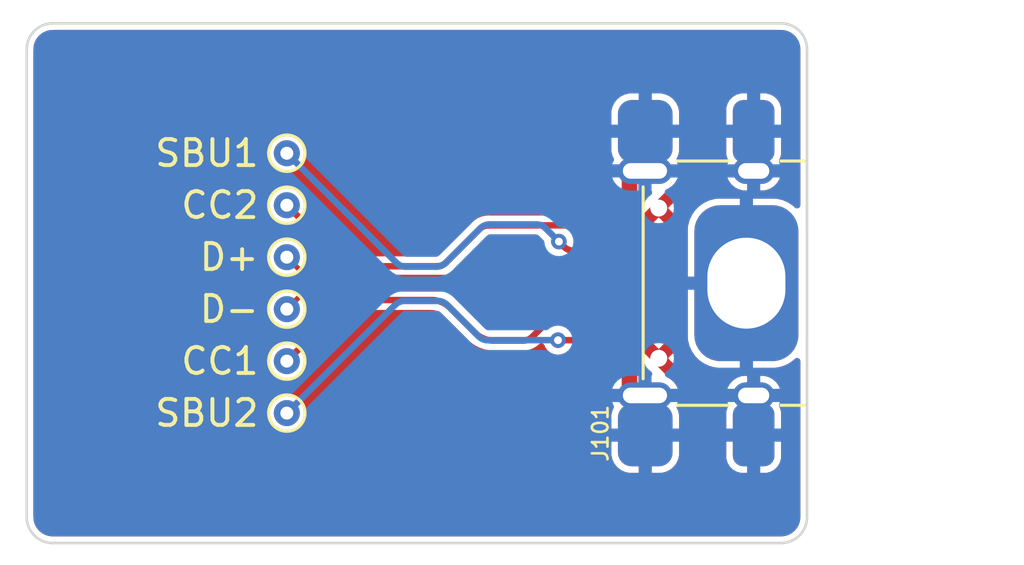
<source format=kicad_pcb>
(kicad_pcb (version 20211014) (generator pcbnew)
  (layers (0 "F.Cu" signal) (31 "B.Cu" signal) (34 "B.Paste" user) (35 "F.Paste" user) (36 "B.SilkS" user "B.Silkscreen") (37 "F.SilkS" user "F.Silkscreen") (38 "B.Mask" user) (39 "F.Mask" user) (44 "Edge.Cuts" user))
  (net 0 "")
  (net 1 "Vbus")
  (net 2 "GND")
  (net 3 "/D-")
  (net 4 "/D+")
  (net 5 "/CC1")
  (net 6 "/SBU1")
  (net 7 "/CC2")
  (net 8 "/SBU2")
  (footprint "TestPoint:TestPoint_THTPad_D1.0mm_Drill0.5mm" (layer "F.Cu") (at 95 103)
    (fp_text reference "TP103" hide)
    (fp_text value "CC1")
    (fp_circle (center 0 0) (end 0 0.7) (layer "F.SilkS") (width 0.12) (fill none))
    (pad "1" thru_hole circle (at 0 0) (size 1 1) (drill 0.5) (layers *.Cu *.Mask) (net 5 "/CC1"))
  )
  (footprint "TestPoint:TestPoint_THTPad_D1.0mm_Drill0.5mm" (layer "F.Cu") (at 95 99)
    (fp_text reference "TP101" hide)
    (fp_text value "D+")
    (fp_circle (center 0 0) (end 0 0.7) (layer "F.SilkS") (width 0.12) (fill none))
    (pad "1" thru_hole circle (at 0 0) (size 1 1) (drill 0.5) (layers *.Cu *.Mask) (net 4 "/D+"))
  )
  (footprint "TestPoint:TestPoint_THTPad_D1.0mm_Drill0.5mm" (layer "F.Cu") (at 95 97)
    (fp_text reference "TP104" hide)
    (fp_text value "CC2")
    (fp_circle (center 0 0) (end 0 0.7) (layer "F.SilkS") (width 0.12) (fill none))
    (pad "1" thru_hole circle (at 0 0) (size 1 1) (drill 0.5) (layers *.Cu *.Mask) (net 7 "/CC2"))
  )
  (footprint "TestPoint:TestPoint_THTPad_D1.0mm_Drill0.5mm" (layer "F.Cu") (at 95 95)
    (fp_text reference "TP105" hide)
    (fp_text value "SBU1")
    (fp_circle (center 0 0) (end 0 0.7) (layer "F.SilkS") (width 0.12) (fill none))
    (pad "1" thru_hole circle (at 0 0) (size 1 1) (drill 0.5) (layers *.Cu *.Mask) (net 6 "/SBU1"))
  )
  (footprint "TestPoint:TestPoint_THTPad_D1.0mm_Drill0.5mm" (layer "F.Cu") (at 95 105)
    (fp_text reference "TP106" hide)
    (fp_text value "SBU2")
    (fp_circle (center 0 0) (end 0 0.7) (layer "F.SilkS") (width 0.12) (fill none))
    (pad "1" thru_hole circle (at 0 0) (size 1 1) (drill 0.5) (layers *.Cu *.Mask) (net 8 "/SBU2"))
  )
  (footprint "Customs:USB_C" (layer "F.Cu") (at 115 100 90)
    (fp_text reference "J101" (at -6.927114 -7.943916 90) (layer "F.SilkS") (effects (font (size 0.6 0.6) (thickness 0.1)) (justify left)))
    (fp_text value "USB_C" hide)
    (fp_line (start -4.7 -1) (end -4.7 -0.1) (layer "F.SilkS") (width 0.12))
    (fp_line (start 4.7 -5.001368) (end 4.7 -3.001368) (layer "F.SilkS") (width 0.12))
    (fp_line (start 3.706572 -6.3) (end -3.678785 -6.3) (layer "F.SilkS") (width 0.12))
    (fp_line (start 4.7 -1) (end 4.7 -0.1) (layer "F.SilkS") (width 0.12))
    (fp_line (start -4.7 -5.001368) (end -4.7 -3.001368) (layer "F.SilkS") (width 0.12))
    (pad "1" smd roundrect (at -2.45 -7.146368 90) (size 0.6 1.45) (layers "F.Cu" "F.Paste" "F.Mask") (net 1 "Vbus"))
    (pad "1" thru_hole circle (at 2.89 -5.701368 90) (size 1.25 1.25) (drill 0.65) (layers *.Cu) (remove_unused_layers) (net 1 "Vbus"))
    (pad "1" smd roundrect (at 2.45 -7.146368 90) (size 0.6 1.45) (layers "F.Cu" "F.Paste" "F.Mask") (net 1 "Vbus"))
    (pad "1" thru_hole circle (at -2.89 -5.701368 90) (size 1.25 1.25) (drill 0.65) (layers *.Cu) (remove_unused_layers) (net 1 "Vbus"))
    (pad "2" smd roundrect (at -0.75 -7.4 90) (size 0.3 1.85) (layers "F.Cu") (net 3 "/D-"))
    (pad "2" smd roundrect (at -0.75 -7.146368 90) (size 0.3 1.45) (layers "F.Cu" "F.Paste" "F.Mask") (net 3 "/D-"))
    (pad "2" smd roundrect (at 0.25 -7.4 90) (size 0.3 1.85) (layers "F.Cu") (net 3 "/D-"))
    (pad "2" smd roundrect (at -0.25 -8.3 180) (size 0.3 1.29) (layers "F.Cu" "F.Paste") (net 3 "/D-"))
    (pad "2" smd roundrect (at 0.25 -7.146368 90) (size 0.3 1.45) (layers "F.Cu" "F.Paste" "F.Mask") (net 3 "/D-"))
    (pad "2" smd roundrect (at 0.25 -8.2 90) (size 0.3 1) (layers "F.Cu" "F.Paste") (net 3 "/D-"))
    (pad "3" smd roundrect (at -0.25 -6.9 90) (size 0.3 1.85) (layers "F.Cu") (net 4 "/D+"))
    (pad "3" smd roundrect (at 0.75 -6.9 90) (size 0.3 1.85) (layers "F.Cu") (net 4 "/D+"))
    (pad "3" smd roundrect (at 0.75 -7.146368 90) (size 0.3 1.45) (layers "F.Cu" "F.Paste" "F.Mask") (net 4 "/D+"))
    (pad "3" smd roundrect (at 0.25 -6 180) (size 0.3 1.29) (layers "F.Cu" "F.Paste") (net 4 "/D+"))
    (pad "3" smd roundrect (at 0.75 -8.2 90) (size 0.3 1) (layers "F.Cu" "F.Paste") (net 4 "/D+"))
    (pad "3" smd roundrect (at -0.25 -7.146368 90) (size 0.3 1.45) (layers "F.Cu" "F.Paste" "F.Mask") (net 4 "/D+"))
    (pad "4" smd roundrect (at -3.25 -7.2 90) (size 0.6 1.35) (layers "F.Cu" "F.Paste" "F.Mask") (net 2 "GND"))
    (pad "4" smd roundrect (at 3.25 -7.2 90) (size 0.6 1.35) (layers "F.Cu" "F.Paste" "F.Mask") (net 2 "GND"))
    (pad "4" smd roundrect (at 3.706572 -6.825 90) (size 0.8 0.6) (layers "F.Cu" "F.Paste") (net 2 "GND"))
    (pad "4" smd roundrect (at -3.678785 -6.825 90) (size 0.8 0.6) (layers "F.Cu" "F.Paste") (net 2 "GND"))
    (pad "5" thru_hole roundrect (at 0 -2.331368 270) (size 6 4) (drill oval 3.5 3) (layers *.Cu *.Mask) (net 2 "GND"))
    (pad "5" thru_hole oval (at -4.32 -6.231368 90) (size 1 2.1) (drill oval 0.6 1.7) (layers *.Cu *.Mask) (net 2 "GND"))
    (pad "5" smd roundrect (at -5.846965 -6.219573 90) (size 2.4 2.1) (layers "F.Cu" "F.Paste" "F.Mask") (net 2 "GND"))
    (pad "5" smd roundrect (at -5.846965 -6.219573 90) (size 2.4 2.1) (layers "B.Cu" "B.Paste" "B.Mask") (net 2 "GND"))
    (pad "5" smd roundrect (at -5.846965 -2.051368 90) (size 2.4 1.6) (layers "B.Cu" "B.Paste" "B.Mask") (net 2 "GND"))
    (pad "5" smd roundrect (at -5.846965 -2.051368 90) (size 2.4 1.6) (layers "F.Cu" "F.Paste" "F.Mask") (net 2 "GND"))
    (pad "5" smd roundrect (at 5.846965 -6.219573 90) (size 2.4 2.1) (layers "F.Cu" "F.Paste" "F.Mask") (net 2 "GND"))
    (pad "5" smd roundrect (at 5.846965 -2.051368 90) (size 2.4 1.6) (layers "B.Cu" "B.Paste" "B.Mask") (net 2 "GND"))
    (pad "5" smd roundrect (at 5.846965 -2.051368 90) (size 2.4 1.6) (layers "F.Cu" "F.Paste" "F.Mask") (net 2 "GND"))
    (pad "5" thru_hole oval (at 4.32 -6.231368 90) (size 1 2.1) (drill oval 0.6 1.7) (layers *.Cu *.Mask) (net 2 "GND"))
    (pad "5" thru_hole oval (at -4.32 -2.051368 90) (size 1 1.6) (drill oval 0.6 1.2) (layers *.Cu *.Mask) (net 2 "GND"))
    (pad "5" smd roundrect (at 5.846965 -6.219573 90) (size 2.4 2.1) (layers "B.Cu" "B.Paste" "B.Mask") (net 2 "GND"))
    (pad "5" thru_hole oval (at 4.32 -2.051368 90) (size 1 1.6) (drill oval 0.6 1.2) (layers *.Cu *.Mask) (net 2 "GND"))
    (pad "A5" smd roundrect (at -1.25 -7.146368 90) (size 0.3 1.45) (layers "F.Cu" "F.Paste" "F.Mask") (net 5 "/CC1"))
    (pad "A8" smd roundrect (at 1.25 -7.146368 90) (size 0.3 1.45) (layers "F.Cu" "F.Paste" "F.Mask") (net 6 "/SBU1"))
    (pad "B5" smd roundrect (at 1.75 -7.146368 90) (size 0.3 1.45) (layers "F.Cu" "F.Paste" "F.Mask") (net 7 "/CC2"))
    (pad "B8" smd roundrect (at -1.75 -7.146368 90) (size 0.3 1.45) (layers "F.Cu" "F.Paste" "F.Mask") (net 8 "/SBU2"))
  )
  (footprint "TestPoint:TestPoint_THTPad_D1.0mm_Drill0.5mm" (layer "F.Cu") (at 95 101)
    (fp_text reference "TP102" hide)
    (fp_text value "D-")
    (fp_circle (center 0 0) (end 0 0.7) (layer "F.SilkS") (width 0.12) (fill none))
    (pad "1" thru_hole circle (at 0 0) (size 1 1) (drill 0.5) (layers *.Cu *.Mask) (net 3 "/D-"))
  )
  (gr_line (start 115 109) (end 115 91) (layer "Edge.Cuts") (width 0.1))
  (gr_arc (start 115 109) (mid 114.707107 109.707107) (end 114 110) (layer "Edge.Cuts") (width 0.1))
  (gr_arc (start 114 90) (mid 114.707107 90.292893) (end 115 91) (layer "Edge.Cuts") (width 0.1))
  (gr_line (start 85 91) (end 85 109) (layer "Edge.Cuts") (width 0.1))
  (gr_line (start 114 90) (end 86 90) (layer "Edge.Cuts") (width 0.1))
  (gr_arc (start 86 110) (mid 85.292893 109.707107) (end 85 109) (layer "Edge.Cuts") (width 0.1))
  (gr_line (start 86 110) (end 114 110) (layer "Edge.Cuts") (width 0.1))
  (gr_arc (start 85 91) (mid 85.292893 90.292893) (end 86 90) (layer "Edge.Cuts") (width 0.1))
  (gr_text "CC1" (at 94 103) (layer "F.SilkS") (effects (font (size 1 1)) (justify right)))
  (gr_text "D-" (at 94 101) (layer "F.SilkS") (effects (font (size 1 1)) (justify right)))
  (gr_text "CC2" (at 94 97) (layer "F.SilkS") (effects (font (size 1 1)) (justify right)))
  (gr_text "D+" (at 94 99) (layer "F.SilkS") (effects (font (size 1 1)) (justify right)))
  (gr_text "SBU1" (at 94 95) (layer "F.SilkS") (effects (font (size 1 1)) (justify right)))
  (gr_text "SBU2" (at 94 105) (layer "F.SilkS") (effects (font (size 1 1)) (justify right)))
  (segment (start 104.707599 99.725001) (end 104.207599 100.225001) (width 0.2) (layer "F.Cu") (net 3))
  (segment (start 95.774999 100.225001) (end 104.207599 100.225001) (width 0.2) (layer "F.Cu") (net 3))
  (segment (start 106.775001 99.725001) (end 104.707599 99.725001) (width 0.2) (layer "F.Cu") (net 3))
  (segment (start 95 101) (end 95.774999 100.225001) (width 0.2) (layer "F.Cu") (net 3))
  (segment (start 106.8 99.75) (end 106.775001 99.725001) (width 0.2) (layer "F.Cu") (net 3))
  (segment (start 95.774999 99.774999) (end 104.021201 99.774999) (width 0.2) (layer "F.Cu") (net 4))
  (segment (start 95 99) (end 95.774999 99.774999) (width 0.2) (layer "F.Cu") (net 4))
  (segment (start 106.775001 99.274999) (end 104.521201 99.274999) (width 0.2) (layer "F.Cu") (net 4))
  (segment (start 104.521201 99.274999) (end 104.021201 99.774999) (width 0.2) (layer "F.Cu") (net 4))
  (segment (start 106.8 99.25) (end 106.775001 99.274999) (width 0.2) (layer "F.Cu") (net 4))
  (segment (start 100.563174 100.650001) (end 97.764213 100.650001) (width 0.25) (layer "F.Cu") (net 5))
  (segment (start 102.244094 101.916707) (end 101.270281 100.942894) (width 0.25) (layer "F.Cu") (net 5))
  (segment (start 104.085293 102.2096) (end 102.951201 102.2096) (width 0.25) (layer "F.Cu") (net 5))
  (segment (start 105.105553 101.396447) (end 104.438846 102.063154) (width 0.25) (layer "F.Cu") (net 5))
  (segment (start 107.853632 101.25) (end 105.459107 101.25) (width 0.25) (layer "F.Cu") (net 5))
  (segment (start 97.057106 100.942894) (end 95 103) (width 0.25) (layer "F.Cu") (net 5))
  (arc (start 97.764213 100.650001) (mid 97.38153 100.726121) (end 97.057106 100.942894) (width 0.25) (layer "F.Cu") (net 5))
  (arc (start 104.438846 102.063154) (mid 104.276634 102.17154) (end 104.085293 102.2096) (width 0.25) (layer "F.Cu") (net 5))
  (arc (start 105.105553 101.396447) (mid 105.267765 101.28806) (end 105.459107 101.25) (width 0.25) (layer "F.Cu") (net 5))
  (arc (start 102.951201 102.2096) (mid 102.568517 102.13348) (end 102.244094 101.916707) (width 0.25) (layer "F.Cu") (net 5))
  (arc (start 101.270281 100.942894) (mid 100.945858 100.726121) (end 100.563174 100.650001) (width 0.25) (layer "F.Cu") (net 5))
  (segment (start 106.017909 98.75) (end 107.853632 98.75) (width 0.25) (layer "F.Cu") (net 6))
  (segment (start 105.4608 98.399998) (end 105.664356 98.603554) (width 0.25) (layer "F.Cu") (net 6))
  (via (at 105.4608 98.399998) (size 0.6) (drill 0.3) (layers "F.Cu" "B.Cu") (net 6))
  (arc (start 106.017909 98.75) (mid 105.826568 98.71194) (end 105.664356 98.603554) (width 0.25) (layer "F.Cu") (net 6))
  (segment (start 99.218353 99.218353) (end 95 95) (width 0.25) (layer "B.Cu") (net 6))
  (segment (start 100.755479 99.3648) (end 99.571907 99.3648) (width 0.25) (layer "B.Cu") (net 6))
  (segment (start 105.4608 98.399998) (end 104.946448 97.885646) (width 0.25) (layer "B.Cu") (net 6))
  (segment (start 102.441739 97.885647) (end 101.109032 99.218354) (width 0.25) (layer "B.Cu") (net 6))
  (segment (start 104.592895 97.7392) (end 102.795293 97.7392) (width 0.25) (layer "B.Cu") (net 6))
  (arc (start 104.592895 97.7392) (mid 104.784236 97.77726) (end 104.946448 97.885646) (width 0.25) (layer "B.Cu") (net 6))
  (arc (start 99.571907 99.3648) (mid 99.380565 99.32674) (end 99.218353 99.218353) (width 0.25) (layer "B.Cu") (net 6))
  (arc (start 101.109032 99.218354) (mid 100.94682 99.32674) (end 100.755479 99.3648) (width 0.25) (layer "B.Cu") (net 6))
  (arc (start 102.795293 97.7392) (mid 102.603951 97.77726) (end 102.441739 97.885647) (width 0.25) (layer "B.Cu") (net 6))
  (segment (start 106.739553 98.103553) (end 106.557944 97.921944) (width 0.25) (layer "F.Cu") (net 7))
  (segment (start 102.405442 97.921945) (end 101.123834 99.203553) (width 0.25) (layer "F.Cu") (net 7))
  (segment (start 97.203552 99.203552) (end 95 97) (width 0.25) (layer "F.Cu") (net 7))
  (segment (start 100.770281 99.349999) (end 97.557106 99.349999) (width 0.25) (layer "F.Cu") (net 7))
  (segment (start 107.853632 98.25) (end 107.093107 98.25) (width 0.25) (layer "F.Cu") (net 7))
  (segment (start 106.204391 97.775498) (end 102.758996 97.775498) (width 0.25) (layer "F.Cu") (net 7))
  (arc (start 106.739553 98.103553) (mid 106.901765 98.21194) (end 107.093107 98.25) (width 0.25) (layer "F.Cu") (net 7))
  (arc (start 101.123834 99.203553) (mid 100.961622 99.311939) (end 100.770281 99.349999) (width 0.25) (layer "F.Cu") (net 7))
  (arc (start 106.204391 97.775498) (mid 106.395732 97.813558) (end 106.557944 97.921944) (width 0.25) (layer "F.Cu") (net 7))
  (arc (start 97.557106 99.349999) (mid 97.365764 99.311939) (end 97.203552 99.203552) (width 0.25) (layer "F.Cu") (net 7))
  (arc (start 102.758996 97.775498) (mid 102.567654 97.813558) (end 102.405442 97.921945) (width 0.25) (layer "F.Cu") (net 7))
  (segment (start 106.739153 101.896447) (end 106.588234 102.047366) (width 0.25) (layer "F.Cu") (net 8))
  (segment (start 106.234681 102.193812) (end 105.425788 102.193812) (width 0.25) (layer "F.Cu") (net 8))
  (segment (start 107.853632 101.75) (end 107.092707 101.75) (width 0.25) (layer "F.Cu") (net 8))
  (via (at 105.425788 102.193812) (size 0.6) (drill 0.3) (layers "F.Cu" "B.Cu") (net 8))
  (arc (start 106.588234 102.047366) (mid 106.426022 102.155752) (end 106.234681 102.193812) (width 0.25) (layer "F.Cu") (net 8))
  (arc (start 106.739153 101.896447) (mid 106.901365 101.78806) (end 107.092707 101.75) (width 0.25) (layer "F.Cu") (net 8))
  (segment (start 100.805881 100.6856) (end 99.521507 100.6856) (width 0.25) (layer "B.Cu") (net 8))
  (segment (start 105.424177 102.192201) (end 102.662691 102.192201) (width 0.25) (layer "B.Cu") (net 8))
  (segment (start 105.425788 102.193812) (end 105.424177 102.192201) (width 0.25) (layer "B.Cu") (net 8))
  (segment (start 99.167954 100.832046) (end 95 105) (width 0.25) (layer "B.Cu") (net 8))
  (segment (start 102.374752 102.047365) (end 101.159435 100.832047) (width 0.25) (layer "B.Cu") (net 8))
  (arc (start 102.662691 102.192201) (mid 102.507162 102.142244) (end 102.374752 102.047365) (width 0.25) (layer "B.Cu") (net 8))
  (arc (start 101.159435 100.832047) (mid 100.997223 100.72366) (end 100.805881 100.6856) (width 0.25) (layer "B.Cu") (net 8))
  (arc (start 99.521507 100.6856) (mid 99.330166 100.72366) (end 99.167954 100.832046) (width 0.25) (layer "B.Cu") (net 8))
  (zone (net 1) (net_name "Vbus") (layer "F.Cu") (connect_pads (clearance 0.254)) (min_thickness 0.254) (fill yes (thermal_gap 0.254) (thermal_bridge_width 0.508))
    (polygon (pts (xy 122.936 110.3884) (xy 84.3788 110.3884) (xy 84.3788 89.5096) (xy 122.936 89.5096)))
  )
  (zone (net 2) (net_name "GND") (layer "B.Cu") (connect_pads (clearance 0.254)) (min_thickness 0.254) (fill yes (thermal_gap 0.254) (thermal_bridge_width 0.508))
    (polygon (pts (xy 123.3424 110.8456) (xy 83.9724 110.8456) (xy 83.9724 89.1032) (xy 123.3424 89.1032)))
  )
)
</source>
